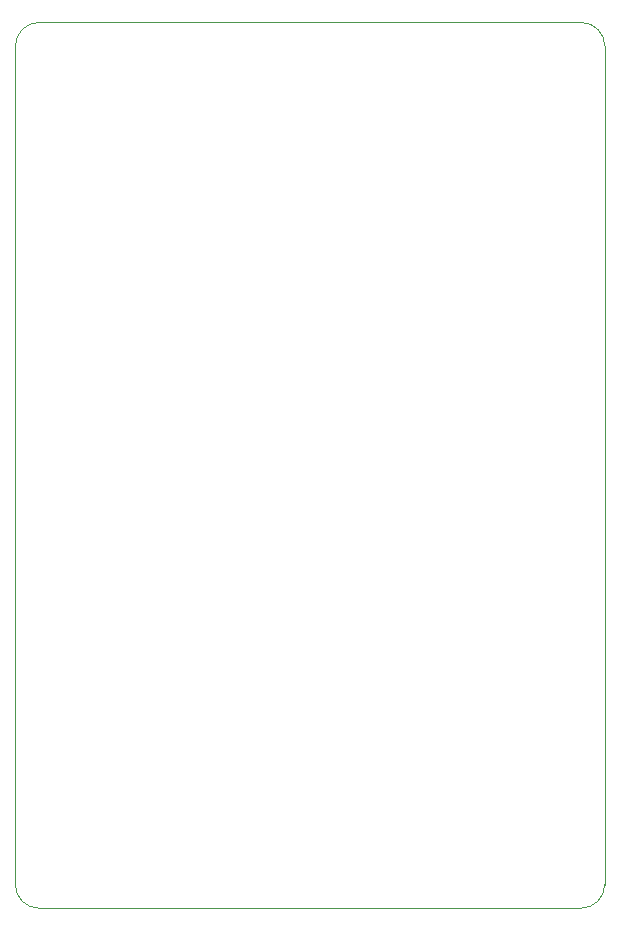
<source format=gbr>
%TF.GenerationSoftware,KiCad,Pcbnew,(6.0.7)*%
%TF.CreationDate,2023-09-07T13:28:03+01:00*%
%TF.ProjectId,CCC_rig_NTC_in,4343435f-7269-4675-9f4e-54435f696e2e,rev?*%
%TF.SameCoordinates,Original*%
%TF.FileFunction,Profile,NP*%
%FSLAX46Y46*%
G04 Gerber Fmt 4.6, Leading zero omitted, Abs format (unit mm)*
G04 Created by KiCad (PCBNEW (6.0.7)) date 2023-09-07 13:28:03*
%MOMM*%
%LPD*%
G01*
G04 APERTURE LIST*
%TA.AperFunction,Profile*%
%ADD10C,0.100000*%
%TD*%
G04 APERTURE END LIST*
D10*
X20300000Y-27100000D02*
X66200000Y-27100000D01*
X18300000Y-100100000D02*
G75*
G03*
X20300000Y-102100000I2000000J0D01*
G01*
X20300000Y-27100000D02*
G75*
G03*
X18300000Y-29100000I0J-2000000D01*
G01*
X66200000Y-102100000D02*
G75*
G03*
X68200000Y-100100000I0J2000000D01*
G01*
X66200000Y-102100000D02*
X20300000Y-102100000D01*
X68200000Y-29100000D02*
X68200000Y-100100000D01*
X18300000Y-100100000D02*
X18300000Y-29100000D01*
X68200000Y-29100000D02*
G75*
G03*
X66200000Y-27100000I-2000000J0D01*
G01*
M02*

</source>
